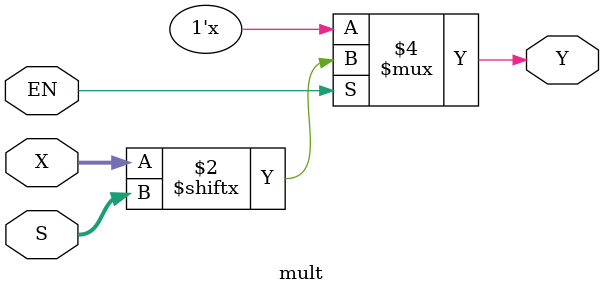
<source format=v>
`timescale 1ns / 1ps


module mult(
    input [3:0] X,
    input [1:0] S,
    input EN,
    output Y
    );
    
     reg Y;
       
     always @*
     if(EN)
     begin
        Y = 0;
        Y = X[S];
     end      
endmodule



/*module testbench;
    reg [1:0] S;
    reg EN;
    reg [3:0] X;

    mult m(X,S,EN,Y);
    
    initial
    begin
        EN = 1;
        S = 0;
        X = 1;
        #50;
        S = 1;
        X = 2;
        #50;
        S = 2;
        X = 4;
        #50;
        S = 2;
        X = 8;  
        #50;
    end
endmodule    */
</source>
